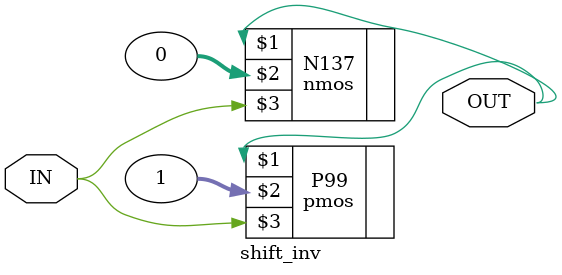
<source format=v>
`timescale 1ns / 1ns 

module shift_inv ( OUT, IN );
output  OUT;

input  IN;


specify 
    specparam CDS_LIBNAME  = "ece555_projectlib";
    specparam CDS_CELLNAME = "shift_inv";
    specparam CDS_VIEWNAME = "schematic";
endspecify

nmos N137 ( OUT, 0, IN);
pmos P99 ( OUT, 1, IN);

endmodule

</source>
